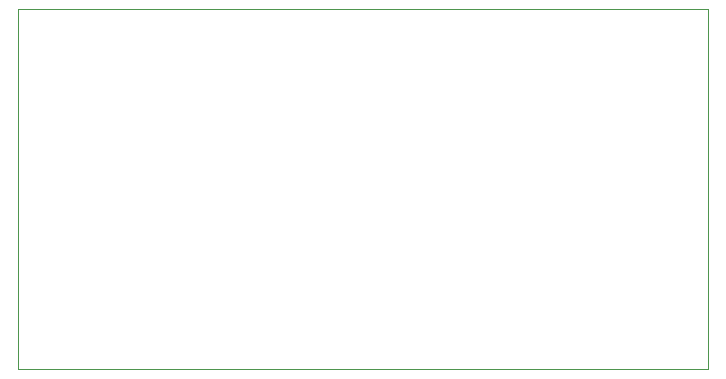
<source format=gm1>
G04 #@! TF.GenerationSoftware,KiCad,Pcbnew,(5.1.10)-1*
G04 #@! TF.CreationDate,2022-07-23T11:38:32-04:00*
G04 #@! TF.ProjectId,Hardware,48617264-7761-4726-952e-6b696361645f,rev?*
G04 #@! TF.SameCoordinates,Original*
G04 #@! TF.FileFunction,Profile,NP*
%FSLAX46Y46*%
G04 Gerber Fmt 4.6, Leading zero omitted, Abs format (unit mm)*
G04 Created by KiCad (PCBNEW (5.1.10)-1) date 2022-07-23 11:38:32*
%MOMM*%
%LPD*%
G01*
G04 APERTURE LIST*
G04 #@! TA.AperFunction,Profile*
%ADD10C,0.100000*%
G04 #@! TD*
G04 APERTURE END LIST*
D10*
X138430000Y-96520000D02*
X138430000Y-127000000D01*
X80010000Y-96520000D02*
X138430000Y-96520000D01*
X80010000Y-127000000D02*
X80010000Y-96520000D01*
X138430000Y-127000000D02*
X80010000Y-127000000D01*
M02*

</source>
